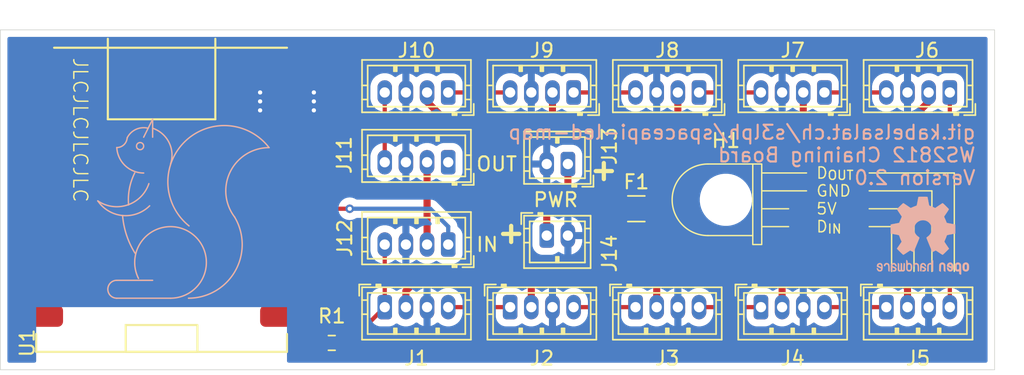
<source format=kicad_pcb>
(kicad_pcb
	(version 20240108)
	(generator "pcbnew")
	(generator_version "8.0")
	(general
		(thickness 1.6)
		(legacy_teardrops no)
	)
	(paper "A4")
	(layers
		(0 "F.Cu" signal)
		(31 "B.Cu" signal)
		(32 "B.Adhes" user "B.Adhesive")
		(33 "F.Adhes" user "F.Adhesive")
		(34 "B.Paste" user)
		(35 "F.Paste" user)
		(36 "B.SilkS" user "B.Silkscreen")
		(37 "F.SilkS" user "F.Silkscreen")
		(38 "B.Mask" user)
		(39 "F.Mask" user)
		(40 "Dwgs.User" user "User.Drawings")
		(41 "Cmts.User" user "User.Comments")
		(42 "Eco1.User" user "User.Eco1")
		(43 "Eco2.User" user "User.Eco2")
		(44 "Edge.Cuts" user)
		(45 "Margin" user)
		(46 "B.CrtYd" user "B.Courtyard")
		(47 "F.CrtYd" user "F.Courtyard")
		(48 "B.Fab" user)
		(49 "F.Fab" user)
		(50 "User.1" user)
		(51 "User.2" user)
		(52 "User.3" user)
		(53 "User.4" user)
		(54 "User.5" user)
		(55 "User.6" user)
		(56 "User.7" user)
		(57 "User.8" user)
		(58 "User.9" user)
	)
	(setup
		(pad_to_mask_clearance 0)
		(allow_soldermask_bridges_in_footprints no)
		(pcbplotparams
			(layerselection 0x00010fc_ffffffff)
			(plot_on_all_layers_selection 0x0000000_00000000)
			(disableapertmacros no)
			(usegerberextensions no)
			(usegerberattributes yes)
			(usegerberadvancedattributes yes)
			(creategerberjobfile yes)
			(dashed_line_dash_ratio 12.000000)
			(dashed_line_gap_ratio 3.000000)
			(svgprecision 4)
			(plotframeref no)
			(viasonmask no)
			(mode 1)
			(useauxorigin no)
			(hpglpennumber 1)
			(hpglpenspeed 20)
			(hpglpendiameter 15.000000)
			(pdf_front_fp_property_popups yes)
			(pdf_back_fp_property_popups yes)
			(dxfpolygonmode yes)
			(dxfimperialunits yes)
			(dxfusepcbnewfont yes)
			(psnegative no)
			(psa4output no)
			(plotreference yes)
			(plotvalue yes)
			(plotfptext yes)
			(plotinvisibletext no)
			(sketchpadsonfab no)
			(subtractmaskfromsilk no)
			(outputformat 1)
			(mirror no)
			(drillshape 0)
			(scaleselection 1)
			(outputdirectory "/tmp/foo/")
		)
	)
	(net 0 "")
	(net 1 "+5F")
	(net 2 "+5V")
	(net 3 "GND")
	(net 4 "Net-(J1-Pin_4)")
	(net 5 "Net-(J2-Pin_4)")
	(net 6 "Net-(J3-Pin_4)")
	(net 7 "Net-(J4-Pin_4)")
	(net 8 "Net-(J5-Pin_4)")
	(net 9 "Net-(J6-Pin_4)")
	(net 10 "Net-(J7-Pin_4)")
	(net 11 "Net-(J8-Pin_4)")
	(net 12 "Net-(J10-Pin_1)")
	(net 13 "Net-(J10-Pin_4)")
	(net 14 "BTN")
	(net 15 "unconnected-(J11-Pin_1-Pad1)")
	(net 16 "unconnected-(U1-D7-Pad3)")
	(net 17 "unconnected-(U1-D1-Pad10)")
	(net 18 "unconnected-(U1-D5-Pad1)")
	(net 19 "unconnected-(U1-D6-Pad2)")
	(net 20 "unconnected-(U1-D9-Pad5)")
	(net 21 "unconnected-(U1-D20-Pad7)")
	(net 22 "unconnected-(U1-D10-Pad6)")
	(net 23 "unconnected-(U1-D4-Pad13)")
	(net 24 "unconnected-(U1-D21-Pad8)")
	(net 25 "unconnected-(U1-D8-Pad4)")
	(net 26 "unconnected-(U1-3V3-Pad14)")
	(net 27 "D_{IN}")
	(net 28 "Net-(U1-D0)")
	(net 29 "unconnected-(U1-D2-Pad11)")
	(footprint "Connector_JST:JST_ZH_B4B-ZR_1x04_P1.50mm_Vertical" (layer "F.Cu") (at 210.82 60.325 180))
	(footprint "Connector_JST:JST_ZH_B4B-ZR_1x04_P1.50mm_Vertical" (layer "F.Cu") (at 219.71 60.325 180))
	(footprint "Connector_JST:JST_ZH_B4B-ZR_1x04_P1.50mm_Vertical" (layer "F.Cu") (at 206.32 75.565))
	(footprint "Connector_JST:JST_ZH_B4B-ZR_1x04_P1.50mm_Vertical" (layer "F.Cu") (at 232.99 75.565))
	(footprint "MountingHole:MountingHole_3.2mm_M3" (layer "F.Cu") (at 230.505 67.945))
	(footprint "Connector_JST:JST_ZH_B2B-ZR_1x02_P1.50mm_Vertical" (layer "F.Cu") (at 217.805 70.485))
	(footprint "Fuse:Fuse_1206_3216Metric" (layer "F.Cu") (at 224.155 68.58))
	(footprint "Connector_JST:JST_ZH_B2B-ZR_1x02_P1.50mm_Vertical" (layer "F.Cu") (at 219.305 65.405 180))
	(footprint "ledbcp:ESP32C3" (layer "F.Cu") (at 181.61 76.2))
	(footprint "Connector_JST:JST_ZH_B4B-ZR_1x04_P1.50mm_Vertical" (layer "F.Cu") (at 241.88 75.565))
	(footprint "Connector_JST:JST_ZH_B4B-ZR_1x04_P1.50mm_Vertical" (layer "F.Cu") (at 237.49 60.325 180))
	(footprint "Connector_JST:JST_ZH_B4B-ZR_1x04_P1.50mm_Vertical" (layer "F.Cu") (at 228.6 60.325 180))
	(footprint "Resistor_SMD:R_0603_1608Metric" (layer "F.Cu") (at 202.565 78.105))
	(footprint "Connector_JST:JST_ZH_B4B-ZR_1x04_P1.50mm_Vertical" (layer "F.Cu") (at 246.38 60.325 180))
	(footprint "Connector_JST:JST_ZH_B4B-ZR_1x04_P1.50mm_Vertical" (layer "F.Cu") (at 224.1 75.565))
	(footprint "Connector_JST:JST_ZH_B4B-ZR_1x04_P1.50mm_Vertical" (layer "F.Cu") (at 210.82 71.12 180))
	(footprint "Connector_JST:JST_ZH_B4B-ZR_1x04_P1.50mm_Vertical" (layer "F.Cu") (at 215.21 75.565))
	(footprint "Connector_JST:JST_ZH_B4B-ZR_1x04_P1.50mm_Vertical" (layer "F.Cu") (at 210.82 65.278 180))
	(footprint "Symbol:OSHW-Logo2_7.3x6mm_SilkScreen" (layer "B.Cu") (at 244.475 70.485 180))
	(gr_line
		(start 187.325 74.93)
		(end 191.135 74.93)
		(stroke
			(width 0.1)
			(type default)
		)
		(layer "B.SilkS")
		(uuid "04c369d0-d0b6-423b-9082-d07c89f05c0b")
	)
	(gr_arc
		(start 189.598474 66.797825)
		(mid 188.092623 68.310184)
		(end 185.977963 68.022038)
		(stroke
			(width 0.1)
			(type default)
		)
		(layer "B.SilkS")
		(uuid "0a397e8f-e23e-4dc0-a42d-1aae76820a48")
	)
	(gr_arc
		(start 188.059118 63.549559)
		(mid 188.68299 62.945679)
		(end 189.5475 62.865)
		(stroke
			(width 0.1)
			(type default)
		)
		(layer "B.SilkS")
		(uuid "151b5aba-f355-4963-a06f-6f11b3b8fe00")
	)
	(gr_arc
		(start 189.865 62.865)
		(mid 191.026051 63.871974)
		(end 191.135 65.405)
		(stroke
			(width 0.1)
			(type default)
		)
		(layer "B.SilkS")
		(uuid "25d6be35-82c9-488a-9f56-45ec718b717d")
	)
	(gr_arc
		(start 192.446119 69.798602)
		(mid 192.146086 63.817138)
		(end 198.119999 64.241756)
		(stroke
			(width 0.1)
			(type default)
		)
		(layer "B.SilkS")
		(uuid "31c797e5-88f1-4731-8758-fb87cb84d6b7")
	)
	(gr_arc
		(start 188.620987 71.738758)
		(mid 188.017023 70.452991)
		(end 187.734494 69.060818)
		(stroke
			(width 0.1)
			(type default)
		)
		(layer "B.SilkS")
		(uuid "31c983a1-64da-4f7a-810e-aaeab53745b8")
	)
	(gr_arc
		(start 188.160483 68.304436)
		(mid 188.221613 67.142259)
		(end 188.595 66.04)
		(stroke
			(width 0.1)
			(type default)
		)
		(layer "B.SilkS")
		(uuid "4115bf91-4371-444e-8f88-8e022ddabd74")
	)
	(gr_arc
		(start 187.325 74.93)
		(mid 186.69 74.295)
		(end 187.325 73.66)
		(stroke
			(width 0.1)
			(type default)
		)
		(layer "B.SilkS")
		(uuid "5b9dacb1-cada-4af0-a242-48b99c7ad0cb")
	)
	(gr_arc
		(start 195.672048 69.159771)
		(mid 195.720462 72.997182)
		(end 192.405 74.93)
		(stroke
			(width 0.1)
			(type default)
		)
		(layer "B.SilkS")
		(uuid "6b4eb480-0364-4423-8765-a79aa2634984")
	)
	(gr_line
		(start 187.325 73.66)
		(end 189.865 73.66)
		(stroke
			(width 0.1)
			(type default)
		)
		(layer "B.SilkS")
		(uuid "854797b9-21cb-49aa-89c1-be4be76bf3e4")
	)
	(gr_arc
		(start 189.23 66.042664)
		(mid 187.917195 65.519097)
		(end 187.325 64.235788)
		(stroke
			(width 0.1)
			(type default)
		)
		(layer "B.SilkS")
		(uuid "91523173-ec7a-425d-8a33-8409eccb2dc6")
	)
	(gr_line
		(start 189.865 62.23)
		(end 189.23 63.5)
		(stroke
			(width 0.1)
			(type default)
		)
		(layer "B.SilkS")
		(uuid "ae465ee2-83f1-4c61-a110-ec6a22c24ae8")
	)
	(gr_arc
		(start 188.863155 73.525923)
		(mid 192.470357 70.229347)
		(end 191.135 74.93)
		(stroke
			(width 0.1)
			(type default)
		)
		(layer "B.SilkS")
		(uuid "c20b1c98-ffaf-431f-b5c3-d49b103178e4")
	)
	(gr_arc
		(start 189.654547 68.369547)
		(mid 187.734493 69.060818)
		(end 185.977963 68.022038)
		(stroke
			(width 0.1)
			(type default)
		)
		(layer "B.SilkS")
		(uuid "cd5928b3-ebf4-46eb-a392-ee106ac770a5")
	)
	(gr_arc
		(start 195.672048 69.159771)
		(mid 195.373214 65.942782)
		(end 198.12 64.241756)
		(stroke
			(width 0.1)
			(type default)
		)
		(layer "B.SilkS")
		(uuid "eaa83ee3-3237-4920-9d71-fa8cd37b9af8")
	)
	(gr_line
		(start 189.865 63.5)
		(end 189.865 62.23)
		(stroke
			(width 0.1)
			(type default)
		)
		(layer "B.SilkS")
		(uuid "ef6915ca-8dc0-463a-87e3-982582b0c7ed")
	)
	(gr_circle
		(center 188.976 64.135)
		(end 188.976 63.881)
		(stroke
			(width 0.1)
			(type default)
		)
		(fill none)
		(layer "B.SilkS")
		(uuid "f01ea037-5f01-4b8d-ba51-96ebaf155cf1")
	)
	(gr_arc
		(start 188.059117 63.549559)
		(mid 187.827453 64.037517)
		(end 187.325 64.235788)
		(stroke
			(width 0.1)
			(type default)
		)
		(layer "B.SilkS")
		(uuid "f4452905-e959-491f-9572-ac94d805dc3b")
	)
	(gr_line
		(start 242.2525 69.85)
		(end 240.665 69.85)
		(stroke
			(width 0.1)
			(type default)
		)
		(layer "F.SilkS")
		(uuid "1c850b5d-152a-4ea0-b123-a21badd309f5")
	)
	(gr_line
		(start 243.84 68.58)
		(end 243.84 73.025)
		(stroke
			(width 0.1)
			(type default)
		)
		(layer "F.SilkS")
		(uuid "2a27bf2e-7521-4c99-8828-d25820d54b59")
	)
	(gr_line
		(start 233.045 67.31)
		(end 236.22 67.31)
		(stroke
			(width 0.1)
			(type default)
		)
		(layer "F.SilkS")
		(uuid "3a73e602-a2d4-467d-a307-e736fb962e26")
	)
	(gr_arc
		(start 229.235 70.485)
		(mid 226.695 67.945)
		(end 229.235 65.405)
		(stroke
			(width 0.1)
			(type default)
		)
		(layer "F.SilkS")
		(uuid "46ccc757-e295-413e-ad3a-72ff12cba1da")
	)
	(gr_line
		(start 240.665 68.58)
		(end 243.84 68.58)
		(stroke
			(width 0.1)
			(type default)
		)
		(layer "F.SilkS")
		(uuid "6e62c1b8-af15-4b42-a4c2-589250df9ea5")
	)
	(gr_line
		(start 232.41 70.485)
		(end 229.235 70.485)
		(stroke
			(width 0.1)
			(type default)
		)
		(layer "F.SilkS")
		(uuid "7fd80ff6-aa98-4c39-a955-c49300475e87")
	)
	(gr_line
		(start 233.045 68.58)
		(end 234.95 68.58)
		(stroke
			(width 0.1)
			(type default)
		)
		(layer "F.SilkS")
		(uuid "8c7f69b5-1bf8-4b8a-abe5-0c12543ae032")
	)
	(gr_line
		(start 246.6975 66.04)
		(end 246.6975 73.025)
		(stroke
			(width 0.1)
			(type default)
		)
		(layer "F.SilkS")
		(uuid "8eb7e1f8-7566-430e-9729-17131a724f7e")
	)
	(gr_line
		(start 240.665 67.31)
		(end 245.11 67.31)
		(stroke
			(width 0.1)
			(type default)
		)
		(layer "F.SilkS")
		(uuid "94af2848-c324-4091-9a16-4ef8c00116e6")
	)
	(gr_line
		(start 245.11 67.31)
		(end 245.11 73.025)
		(stroke
			(width 0.1)
			(type default)
		)
		(layer "F.SilkS")
		(uuid "a2496809-0724-4f69-93ef-76df62abd6db")
	)
	(gr_rect
		(start 232.41 65.405)
		(end 233.045 71.12)
		(stroke
			(width 0.1)
			(type default)
		)
		(fill none)
		(layer "F.SilkS")
		(uuid "ae15aff7-bd6b-43f8-a2a0-5960131869cd")
	)
	(gr_line
		(start 233.045 69.85)
		(end 234.95 69.85)
		(stroke
			(width 0.1)
			(type default)
		)
		(layer "F.SilkS")
		(uuid "b176b9b8-9d0c-472d-b4cc-6fa5cbdb76e1")
	)
	(gr_line
		(start 233.045 66.04)
		(end 236.22 66.04)
		(stroke
			(width 0.1)
			(type default)
		)
		(layer "F.SilkS")
		(uuid "b4c53f97-5e65-4fa1-9395-2e45487f9db3")
	)
	(gr_line
		(start 232.41 65.405)
		(end 229.235 65.405)
		(stroke
			(width 0.1)
			(type default)
		)
		(layer "F.SilkS")
		(uuid "c67087a1-6868-4dd4-ac48-ddfda3379f93")
	)
	(gr_line
		(start 242.2525 73.025)
		(end 242.2525 69.85)
		(stroke
			(width 0.1)
			(type default)
		)
		(layer "F.SilkS")
		(uuid "c77985a5-d5c5-471c-8595-4085a29a11de")
	)
	(gr_line
		(start 240.665 66.04)
		(end 246.6975 66.04)
		(stroke
			(width 0.1)
			(type default)
		)
		(layer "F.SilkS")
		(uuid "c9b10310-83f0-4bca-b6bc-8634b4336179")
	)
	(gr_rect
		(start 179.07 55.88)
		(end 249.555 80.01)
		(stroke
			(width 0.05)
			(type default)
		)
		(fill none)
		(layer "Edge.Cuts")
		(uuid "3298ed30-f1fd-4632-8ce0-1d8057c2018b")
	)
	(gr_text "git.kabelsalat.ch/s3lph/spaceapi-led-map\nWS2812 Chaining Board\nVersion 2.0"
		(at 248.285 64.77 0)
		(layer "B.SilkS")
		(uuid "b5215d0b-2a47-4af8-a491-dc61bb10e710")
		(effects
			(font
				(size 1 1)
				(thickness 0.15)
			)
			(justify left mirror)
		)
	)
	(gr_text "PWR"
		(at 218.44 67.945 0)
		(layer "F.SilkS")
		(uuid "0073854f-944b-410d-9ea0-e4beaac98687")
		(effects
			(font
				(size 1 1)
				(thickness 0.15)
			)
		)
	)
	(gr_text "+"
		(at 216.408 69.596 180)
		(layer "F.SilkS")
		(uuid "342db025-161d-462b-ad0c-f6ac2d53ebee")
		(effects
			(font
				(size 1.5 1.5)
				(thickness 0.3)
				(bold yes)
			)
			(justify left bottom)
		)
	)
	(gr_text "5V"
		(at 236.855 68.58 0)
		(layer "F.SilkS")
		(uuid "5d4bba82-e161-44eb-8f8e-4b3f55d7dbbf")
		(effects
			(font
				(size 0.8 0.8)
				(
... [79357 chars truncated]
</source>
